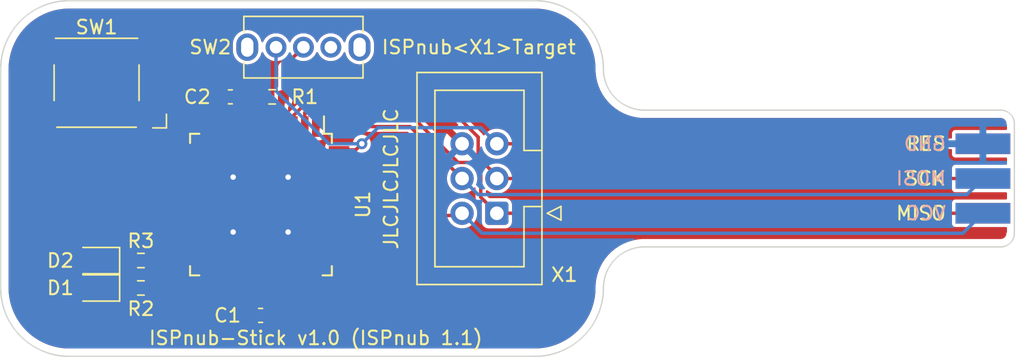
<source format=kicad_pcb>
(kicad_pcb (version 20221018) (generator pcbnew)
  (title_block (title "ISPnub-Stick") (rev "1.0 (ISPnub 1.1)"))
  (layers (0 "F.Cu" signal) (31 "B.Cu" signal) (34 "B.Paste" user) (35 "F.Paste" user) (36 "B.SilkS" user "B.Silkscreen") (37 "F.SilkS" user "F.Silkscreen") (38 "B.Mask" user) (39 "F.Mask" user) (44 "Edge.Cuts" user))
  (net 0 "")
  (net 1 "MISO")
  (net 2 "+5V")
  (net 3 "SCK")
  (net 4 "MOSI")
  (net 5 "SS")
  (net 6 "GND")
  (net 7 "Net-(U1-PD3)")
  (net 8 "RESET")
  (net 14 "Net-(U1-PD4)")
  (net 21 "Net-(U1-PC3)")
  (net 39 "Net-(D1-K)")
  (net 40 "Net-(D2-K)")
  (footprint "ALITECS:SS-12D02-VG5" (layer "F.Cu") (at 86.200001 90.395)
    (fp_text reference "SW2" (at -6.8 0 unlocked) (layer "F.SilkS"))
    (fp_text value "SW_SPDT")
    (fp_line (start -4.35 -2.25) (end -4.35 -1.1) (stroke (width 0.12)) (layer "F.SilkS"))
    (fp_line (start -4.35 -2.25) (end 4.35 -2.25) (stroke (width 0.12)) (layer "F.SilkS"))
    (fp_line (start -4.35 1.1) (end -4.35 2.25) (stroke (width 0.12)) (layer "F.SilkS"))
    (fp_line (start -4.35 2.25) (end 4.35 2.25) (stroke (width 0.12)) (layer "F.SilkS"))
    (fp_line (start 4.35 -2.25) (end 4.35 -1.1) (stroke (width 0.12)) (layer "F.SilkS"))
    (fp_line (start 4.35 1.1) (end 4.35 2.25) (stroke (width 0.12)) (layer "F.SilkS"))
    (pad "1" thru_hole circle (at 0 0) (size 1.524 1.524) (drill 0.914) (layers "*.Cu" "*.Mask") (net 8 "RESET"))
    (pad "2" thru_hole circle (at -2 0) (size 1.524 1.524) (drill 0.914) (layers "*.Cu" "*.Mask") (net 5 "SS"))
    (pad "3" thru_hole circle (at 2 0) (size 1.524 1.524) (drill 0.914) (layers "*.Cu" "*.Mask"))
    (pad "4" thru_hole oval (at -4.1 0) (size 1.6 2) (drill oval 0.9 1.4) (layers "*.Cu" "*.Mask"))
    (pad "4" thru_hole oval (at 4.1 0) (size 1.6 2) (drill oval 0.9 1.4) (layers "*.Cu" "*.Mask"))
  )
  (footprint "ALITECS:Edge_x3" (layer "F.Cu") (at 135.800001 99.995 180)
    (fp_text reference "PT1" hide)
    (fp_text value "TOP")
    (pad "1" smd rect (at 0 -2.54 180) (size 4 1.5) (layers "F.Cu" "F.Paste" "F.Mask") (net 1 "MISO"))
    (pad "2" smd rect (at 0 0 180) (size 4 1.5) (layers "F.Cu" "F.Paste" "F.Mask") (net 3 "SCK"))
    (pad "3" smd rect (at 0 2.54 180) (size 4 1.5) (layers "F.Cu" "F.Paste" "F.Mask") (net 5 "SS"))
  )
  (footprint "Button_Switch_SMD:SW_SPST_Omron_B3FS-100xP" (layer "F.Cu") (at 71.100001 92.995 180)
    (fp_text reference "SW1" (at 0 4.064) (layer "F.SilkS"))
    (fp_text value "SW_Push")
    (fp_line (start -5.1 -3.3) (end -4.1 -3.3) (stroke (width 0.12)) (layer "F.SilkS"))
    (fp_line (start -5.1 -2.3) (end -5.1 -3.3) (stroke (width 0.12)) (layer "F.SilkS"))
    (fp_line (start -3.1 -1.3) (end -3.1 1.3) (stroke (width 0.12)) (layer "F.SilkS"))
    (fp_line (start 2.9 -3.25) (end -2.9 -3.25) (stroke (width 0.12)) (layer "F.SilkS"))
    (fp_line (start 3 3.25) (end -3 3.25) (stroke (width 0.12)) (layer "F.SilkS"))
    (fp_line (start 3.1 -1.3) (end 3.1 1.3) (stroke (width 0.12)) (layer "F.SilkS"))
    (pad "1" smd rect (at -4 -2.25) (size 1.6 1.4) (layers "F.Cu" "F.Paste" "F.Mask") (net 7 "Net-(U1-PD3)"))
    (pad "1" smd rect (at 4 -2.25) (size 1.6 1.4) (layers "F.Cu" "F.Paste" "F.Mask") (net 7 "Net-(U1-PD3)"))
    (pad "2" smd rect (at -4 2.25) (size 1.6 1.4) (layers "F.Cu" "F.Paste" "F.Mask") (net 6 "GND"))
    (pad "2" smd rect (at 4 2.25) (size 1.6 1.4) (layers "F.Cu" "F.Paste" "F.Mask") (net 6 "GND"))
  )
  (footprint "LED_SMD:LED_0805_2012Metric" (layer "F.Cu") (at 71.100001 107.995 180)
    (fp_text reference "D1" (at 2.6416 0) (layer "F.SilkS"))
    (fp_text value "red")
    (fp_line (start -1.685 -0.96) (end -1.685 0.96) (stroke (width 0.12)) (layer "F.SilkS"))
    (fp_line (start -1.685 0.96) (end 1 0.96) (stroke (width 0.12)) (layer "F.SilkS"))
    (fp_line (start 1 -0.96) (end -1.685 -0.96) (stroke (width 0.12)) (layer "F.SilkS"))
    (pad "1" smd roundrect (at -0.9375 0 180) (size 0.975 1.4) (layers "F.Cu" "F.Paste" "F.Mask") (net 39 "Net-(D1-K)"))
    (pad "2" smd roundrect (at 0.9375 0 180) (size 0.975 1.4) (layers "F.Cu" "F.Paste" "F.Mask") (net 2 "+5V"))
  )
  (footprint "Resistor_SMD:R_0603_1608Metric" (layer "F.Cu") (at 74.336201 107.996)
    (fp_text reference "R2" (at 0 1.524) (layer "F.SilkS"))
    (fp_text value "1k")
    (fp_line (start -0.237258 -0.5225) (end 0.237258 -0.5225) (stroke (width 0.12)) (layer "F.SilkS"))
    (fp_line (start -0.237258 0.5225) (end 0.237258 0.5225) (stroke (width 0.12)) (layer "F.SilkS"))
    (pad "1" smd roundrect (at -0.825 0) (size 0.8 0.95) (layers "F.Cu" "F.Paste" "F.Mask") (net 39 "Net-(D1-K)"))
    (pad "2" smd roundrect (at 0.825 0) (size 0.8 0.95) (layers "F.Cu" "F.Paste" "F.Mask") (net 21 "Net-(U1-PC3)"))
  )
  (footprint "Resistor_SMD:R_0603_1608Metric" (layer "F.Cu") (at 83.9128 94.026)
    (fp_text reference "R1" (at 2.3876 0) (layer "F.SilkS"))
    (fp_text value "1k")
    (fp_line (start -0.237258 -0.5225) (end 0.237258 -0.5225) (stroke (width 0.12)) (layer "F.SilkS"))
    (fp_line (start -0.237258 0.5225) (end 0.237258 0.5225) (stroke (width 0.12)) (layer "F.SilkS"))
    (pad "1" smd roundrect (at -0.825 0) (size 0.8 0.95) (layers "F.Cu" "F.Paste" "F.Mask") (net 2 "+5V"))
    (pad "2" smd roundrect (at 0.825 0) (size 0.8 0.95) (layers "F.Cu" "F.Paste" "F.Mask") (net 8 "RESET"))
  )
  (footprint "Resistor_SMD:R_0603_1608Metric" (layer "F.Cu") (at 74.337 105.9894)
    (fp_text reference "R3" (at 0 -1.43) (layer "F.SilkS"))
    (fp_text value "1k")
    (fp_line (start -0.237258 -0.5225) (end 0.237258 -0.5225) (stroke (width 0.12)) (layer "F.SilkS"))
    (fp_line (start -0.237258 0.5225) (end 0.237258 0.5225) (stroke (width 0.12)) (layer "F.SilkS"))
    (pad "1" smd roundrect (at -0.825 0) (size 0.8 0.95) (layers "F.Cu" "F.Paste" "F.Mask") (net 40 "Net-(D2-K)"))
    (pad "2" smd roundrect (at 0.825 0) (size 0.8 0.95) (layers "F.Cu" "F.Paste" "F.Mask") (net 14 "Net-(U1-PD4)"))
  )
  (footprint "Package_QFP:TQFP-44_10x10mm_P0.8mm" (layer "F.Cu") (at 83.1 101.9 -90)
    (fp_text reference "U1" (at 0 -7.45 90) (layer "F.SilkS"))
    (fp_text value "ATmega1284P-A")
    (fp_line (start -5.175 -5.175) (end -5.175 -4.6) (stroke (width 0.15)) (layer "F.SilkS"))
    (fp_line (start -5.175 -5.175) (end -4.5 -5.175) (stroke (width 0.15)) (layer "F.SilkS"))
    (fp_line (start -5.175 -4.6) (end -6.45 -4.6) (stroke (width 0.15)) (layer "F.SilkS"))
    (fp_line (start -5.175 5.175) (end -5.175 4.5) (stroke (width 0.15)) (layer "F.SilkS"))
    (fp_line (start -5.175 5.175) (end -4.5 5.175) (stroke (width 0.15)) (layer "F.SilkS"))
    (fp_line (start 5.175 -5.175) (end 4.5 -5.175) (stroke (width 0.15)) (layer "F.SilkS"))
    (fp_line (start 5.175 -5.175) (end 5.175 -4.5) (stroke (width 0.15)) (layer "F.SilkS"))
    (fp_line (start 5.175 5.175) (end 4.5 5.175) (stroke (width 0.15)) (layer "F.SilkS"))
    (fp_line (start 5.175 5.175) (end 5.175 4.5) (stroke (width 0.15)) (layer "F.SilkS"))
    (pad "1" smd rect (at -5.7 -4 270) (size 1.5 0.55) (layers "F.Cu" "F.Paste" "F.Mask") (net 4 "MOSI"))
    (pad "2" smd rect (at -5.7 -3.2 270) (size 1.5 0.55) (layers "F.Cu" "F.Paste" "F.Mask") (net 1 "MISO"))
    (pad "3" smd rect (at -5.7 -2.4 270) (size 1.5 0.55) (layers "F.Cu" "F.Paste" "F.Mask") (net 3 "SCK"))
    (pad "4" smd rect (at -5.7 -1.6 270) (size 1.5 0.55) (layers "F.Cu" "F.Paste" "F.Mask") (net 8 "RESET"))
    (pad "5" smd rect (at -5.7 -0.8 270) (size 1.5 0.55) (layers "F.Cu" "F.Paste" "F.Mask") (net 2 "+5V"))
    (pad "6" smd rect (at -5.7 0 270) (size 1.5 0.55) (layers "F.Cu" "F.Paste" "F.Mask") (net 6 "GND"))
    (pad "7" smd rect (at -5.7 0.8 270) (size 1.5 0.55) (layers "F.Cu" "F.Paste" "F.Mask"))
    (pad "8" smd rect (at -5.7 1.6 270) (size 1.5 0.55) (layers "F.Cu" "F.Paste" "F.Mask"))
    (pad "9" smd rect (at -5.7 2.4 270) (size 1.5 0.55) (layers "F.Cu" "F.Paste" "F.Mask"))
    (pad "10" smd rect (at -5.7 3.2 270) (size 1.5 0.55) (layers "F.Cu" "F.Paste" "F.Mask"))
    (pad "11" smd rect (at -5.7 4 270) (size 1.5 0.55) (layers "F.Cu" "F.Paste" "F.Mask"))
    (pad "12" smd rect (at -4 5.7) (size 1.5 0.55) (layers "F.Cu" "F.Paste" "F.Mask") (net 7 "Net-(U1-PD3)"))
    (pad "13" smd rect (at -3.2 5.7) (size 1.5 0.55) (layers "F.Cu" "F.Paste" "F.Mask") (net 14 "Net-(U1-PD4)"))
    (pad "14" smd rect (at -2.4 5.7) (size 1.5 0.55) (layers "F.Cu" "F.Paste" "F.Mask"))
    (pad "15" smd rect (at -1.6 5.7) (size 1.5 0.55) (layers "F.Cu" "F.Paste" "F.Mask"))
    (pad "16" smd rect (at -0.8 5.7) (size 1.5 0.55) (layers "F.Cu" "F.Paste" "F.Mask"))
    (pad "17" smd rect (at 0 5.7) (size 1.5 0.55) (layers "F.Cu" "F.Paste" "F.Mask") (net 2 "+5V"))
    (pad "18" smd rect (at 0.8 5.7) (size 1.5 0.55) (layers "F.Cu" "F.Paste" "F.Mask") (net 6 "GND"))
    (pad "19" smd rect (at 1.6 5.7) (size 1.5 0.55) (layers "F.Cu" "F.Paste" "F.Mask"))
    (pad "20" smd rect (at 2.4 5.7) (size 1.5 0.55) (layers "F.Cu" "F.Paste" "F.Mask"))
    (pad "21" smd rect (at 3.2 5.7) (size 1.5 0.55) (layers "F.Cu" "F.Paste" "F.Mask"))
    (pad "22" smd rect (at 4 5.7) (size 1.5 0.55) (layers "F.Cu" "F.Paste" "F.Mask") (net 21 "Net-(U1-PC3)"))
    (pad "23" smd rect (at 5.7 4 270) (size 1.5 0.55) (layers "F.Cu" "F.Paste" "F.Mask"))
    (pad "24" smd rect (at 5.7 3.2 270) (size 1.5 0.55) (layers "F.Cu" "F.Paste" "F.Mask"))
    (pad "25" smd rect (at 5.7 2.4 270) (size 1.5 0.55) (layers "F.Cu" "F.Paste" "F.Mask"))
    (pad "26" smd rect (at 5.7 1.6 270) (size 1.5 0.55) (layers "F.Cu" "F.Paste" "F.Mask"))
    (pad "27" smd rect (at 5.7 0.8 270) (size 1.5 0.55) (layers "F.Cu" "F.Paste" "F.Mask") (net 2 "+5V"))
    (pad "28" smd rect (at 5.7 0 270) (size 1.5 0.55) (layers "F.Cu" "F.Paste" "F.Mask") (net 6 "GND"))
    (pad "29" smd rect (at 5.7 -0.8 270) (size 1.5 0.55) (layers "F.Cu" "F.Paste" "F.Mask"))
    (pad "30" smd rect (at 5.7 -1.6 270) (size 1.5 0.55) (layers "F.Cu" "F.Paste" "F.Mask"))
    (pad "31" smd rect (at 5.7 -2.4 270) (size 1.5 0.55) (layers "F.Cu" "F.Paste" "F.Mask"))
    (pad "32" smd rect (at 5.7 -3.2 270) (size 1.5 0.55) (layers "F.Cu" "F.Paste" "F.Mask"))
    (pad "33" smd rect (at 5.7 -4 270) (size 1.5 0.55) (layers "F.Cu" "F.Paste" "F.Mask"))
    (pad "34" smd rect (at 4 -5.7) (size 1.5 0.55) (layers "F.Cu" "F.Paste" "F.Mask"))
    (pad "35" smd rect (at 3.2 -5.7) (size 1.5 0.55) (layers "F.Cu" "F.Paste" "F.Mask"))
    (pad "36" smd rect (at 2.4 -5.7) (size 1.5 0.55) (layers "F.Cu" "F.Paste" "F.Mask"))
    (pad "37" smd rect (at 1.6 -5.7) (size 1.5 0.55) (layers "F.Cu" "F.Paste" "F.Mask"))
    (pad "38" smd rect (at 0.8 -5.7) (size 1.5 0.55) (layers "F.Cu" "F.Paste" "F.Mask") (net 2 "+5V"))
    (pad "39" smd rect (at 0 -5.7) (size 1.5 0.55) (layers "F.Cu" "F.Paste" "F.Mask") (net 6 "GND"))
    (pad "40" smd rect (at -0.8 -5.7) (size 1.5 0.55) (layers "F.Cu" "F.Paste" "F.Mask"))
    (pad "41" smd rect (at -1.6 -5.7) (size 1.5 0.55) (layers "F.Cu" "F.Paste" "F.Mask"))
    (pad "42" smd rect (at -2.4 -5.7) (size 1.5 0.55) (layers "F.Cu" "F.Paste" "F.Mask"))
    (pad "43" smd rect (at -3.2 -5.7) (size 1.5 0.55) (layers "F.Cu" "F.Paste" "F.Mask"))
    (pad "44" smd rect (at -4 -5.7) (size 1.5 0.55) (layers "F.Cu" "F.Paste" "F.Mask") (net 5 "SS"))
  )
  (footprint "Capacitor_SMD:C_0603_1608Metric" (layer "F.Cu") (at 83.0746 110.0026 180)
    (fp_text reference "C1" (at 2.413 0) (layer "F.SilkS"))
    (fp_text value "100n")
    (fp_line (start -0.14058 -0.51) (end 0.14058 -0.51) (stroke (width 0.12)) (layer "F.SilkS"))
    (fp_line (start -0.14058 0.51) (end 0.14058 0.51) (stroke (width 0.12)) (layer "F.SilkS"))
    (pad "1" smd roundrect (at -0.775 0 180) (size 0.9 0.95) (layers "F.Cu" "F.Paste" "F.Mask") (net 6 "GND"))
    (pad "2" smd roundrect (at 0.775 0 180) (size 0.9 0.95) (layers "F.Cu" "F.Paste" "F.Mask") (net 2 "+5V"))
  )
  (footprint "Connector_IDC:IDC-Header_2x03_P2.54mm_Vertical" (layer "F.Cu") (at 100.3212 102.535 180)
    (fp_text reference "X1" (at -4.9276 -4.4958) (layer "F.SilkS"))
    (fp_text value "Conn_02x03_Counter_Clockwise")
    (fp_line (start -4.68 -0.5) (end -4.68 0.5) (stroke (width 0.12)) (layer "F.SilkS"))
    (fp_line (start -4.68 0.5) (end -3.68 0) (stroke (width 0.12)) (layer "F.SilkS"))
    (fp_line (start -3.68 0) (end -4.68 -0.5) (stroke (width 0.12)) (layer "F.SilkS"))
    (fp_line (start -3.29 -5.21) (end 5.83 -5.21) (stroke (width 0.12)) (layer "F.SilkS"))
    (fp_line (start -3.29 0.49) (end -1.98 0.49) (stroke (width 0.12)) (layer "F.SilkS"))
    (fp_line (start -3.29 10.29) (end -3.29 -5.21) (stroke (width 0.12)) (layer "F.SilkS"))
    (fp_line (start -1.98 -3.91) (end 4.52 -3.91) (stroke (width 0.12)) (layer "F.SilkS"))
    (fp_line (start -1.98 0.49) (end -1.98 -3.91) (stroke (width 0.12)) (layer "F.SilkS"))
    (fp_line (start -1.98 4.59) (end -3.29 4.59) (stroke (width 0.12)) (layer "F.SilkS"))
    (fp_line (start -1.98 4.59) (end -1.98 4.59) (stroke (width 0.12)) (layer "F.SilkS"))
    (fp_line (start -1.98 8.99) (end -1.98 4.59) (stroke (width 0.12)) (layer "F.SilkS"))
    (fp_line (start 4.52 -3.91) (end 4.52 8.99) (stroke (width 0.12)) (layer "F.SilkS"))
    (fp_line (start 4.52 8.99) (end -1.98 8.99) (stroke (width 0.12)) (layer "F.SilkS"))
    (fp_line (start 5.83 -5.21) (end 5.83 10.29) (stroke (width 0.12)) (layer "F.SilkS"))
    (fp_line (start 5.83 10.29) (end -3.29 10.29) (stroke (width 0.12)) (layer "F.SilkS"))
    (pad "1" thru_hole roundrect (at 0 0 180) (size 1.7 1.7) (drill 1) (layers "*.Cu" "*.Mask") (roundrect_rratio 0.1470588235) (net 1 "MISO"))
    (pad "2" thru_hole circle (at 2.54 0 180) (size 1.7 1.7) (drill 1) (layers "*.Cu" "*.Mask") (net 2 "+5V"))
    (pad "3" thru_hole circle (at 0 2.54 180) (size 1.7 1.7) (drill 1) (layers "*.Cu" "*.Mask") (net 3 "SCK"))
    (pad "4" thru_hole circle (at 2.54 2.54 180) (size 1.7 1.7) (drill 1) (layers "*.Cu" "*.Mask") (net 4 "MOSI"))
    (pad "5" thru_hole circle (at 0 5.08 180) (size 1.7 1.7) (drill 1) (layers "*.Cu" "*.Mask") (net 5 "SS"))
    (pad "6" thru_hole circle (at 2.54 5.08 180) (size 1.7 1.7) (drill 1) (layers "*.Cu" "*.Mask") (net 6 "GND"))
  )
  (footprint "LED_SMD:LED_0805_2012Metric" (layer "F.Cu") (at 71.100001 105.995 180)
    (fp_text reference "D2" (at 2.6416 0) (layer "F.SilkS"))
    (fp_text value "emerald")
    (fp_line (start -1.685 -0.96) (end -1.685 0.96) (stroke (width 0.12)) (layer "F.SilkS"))
    (fp_line (start -1.685 0.96) (end 1 0.96) (stroke (width 0.12)) (layer "F.SilkS"))
    (fp_line (start 1 -0.96) (end -1.685 -0.96) (stroke (width 0.12)) (layer "F.SilkS"))
    (pad "1" smd roundrect (at -0.9375 0 180) (size 0.975 1.4) (layers "F.Cu" "F.Paste" "F.Mask") (net 40 "Net-(D2-K)"))
    (pad "2" smd roundrect (at 0.9375 0 180) (size 0.975 1.4) (layers "F.Cu" "F.Paste" "F.Mask") (net 2 "+5V"))
  )
  (footprint "Capacitor_SMD:C_0603_1608Metric" (layer "F.Cu") (at 80.8648 94.026)
    (fp_text reference "C2" (at -2.413 0) (layer "F.SilkS"))
    (fp_text value "100n")
    (fp_line (start -0.14058 -0.51) (end 0.14058 -0.51) (stroke (width 0.12)) (layer "F.SilkS"))
    (fp_line (start -0.14058 0.51) (end 0.14058 0.51) (stroke (width 0.12)) (layer "F.SilkS"))
    (pad "1" smd roundrect (at -0.775 0) (size 0.9 0.95) (layers "F.Cu" "F.Paste" "F.Mask") (net 6 "GND"))
    (pad "2" smd roundrect (at 0.775 0) (size 0.9 0.95) (layers "F.Cu" "F.Paste" "F.Mask") (net 2 "+5V"))
  )
  (footprint "ALITECS:Edge_x3" (layer "B.Cu") (at 135.800001 99.995 180)
    (fp_text reference "PT2" hide)
    (fp_text value "BOTTOM")
    (pad "1" smd rect (at 0 2.54 180) (size 4 1.5) (layers "B.Cu" "B.Paste" "B.Mask") (net 6 "GND"))
    (pad "2" smd rect (at 0 0 180) (size 4 1.5) (layers "B.Cu" "B.Paste" "B.Mask") (net 4 "MOSI"))
    (pad "3" smd rect (at 0 -2.54 180) (size 4 1.5) (layers "B.Cu" "B.Paste" "B.Mask") (net 2 "+5V"))
  )
  (gr_line (start 111.1 104.994998) (end 137.1 104.995) (stroke (width 0.1)) (layer "Edge.Cuts"))
  (gr_arc (start 69.1 112.995) (mid 65.564466 111.530534) (end 64.1 107.995) (stroke (width 0.1)) (layer "Edge.Cuts"))
  (gr_line (start 69.1 112.995) (end 103.099998 112.995) (stroke (width 0.1)) (layer "Edge.Cuts"))
  (gr_arc (start 108.099998 107.995) (mid 106.635532 111.530533) (end 103.099998 112.995) (stroke (width 0.1)) (layer "Edge.Cuts"))
  (gr_arc (start 103.1 86.995002) (mid 106.635533 88.459468) (end 108.1 91.995002) (stroke (width 0.1)) (layer "Edge.Cuts"))
  (gr_line (start 103.1 86.995002) (end 69.100002 86.995) (stroke (width 0.1)) (layer "Edge.Cuts"))
  (gr_arc (start 111.1 94.995002) (mid 108.978678 94.116322) (end 108.099998 91.995) (stroke (width 0.1)) (layer "Edge.Cuts"))
  (gr_arc (start 108.099998 107.995) (mid 108.978678 105.873678) (end 111.1 104.994998) (stroke (width 0.1)) (layer "Edge.Cuts"))
  (gr_arc (start 137.1 94.995) (mid 137.807107 95.287893) (end 138.1 95.995) (stroke (width 0.1)) (layer "Edge.Cuts"))
  (gr_arc (start 64.100002 91.995) (mid 65.564468 88.459467) (end 69.100002 86.995) (stroke (width 0.1)) (layer "Edge.Cuts"))
  (gr_line (start 138.1 103.995) (end 138.1 95.995) (stroke (width 0.1)) (layer "Edge.Cuts"))
  (gr_line (start 137.1 94.995) (end 111.1 94.995002) (stroke (width 0.1)) (layer "Edge.Cuts"))
  (gr_arc (start 138.1 103.995) (mid 137.807107 104.702107) (end 137.1 104.995) (stroke (width 0.1)) (layer "Edge.Cuts"))
  (gr_line (start 64.100002 91.995) (end 64.1 107.995) (stroke (width 0.1)) (layer "Edge.Cuts"))
  (gr_text "VCC" (at 133.188001 102.535) (layer "B.SilkS") (effects (font (size 1 1)) (justify left mirror)))
  (gr_text "MOSI" (at 133.188001 99.995) (layer "B.SilkS") (effects (font (size 1 1)) (justify left mirror)))
  (gr_text "GND" (at 133.188001 97.455) (layer "B.SilkS") (effects (font (size 1 1)) (justify left mirror)))
  (gr_text "ISPnub<X1>Target" (at 99.000001 90.395) (layer "F.SilkS") (effects (font (size 1 1))))
  (gr_text "SCK" (at 133.188001 99.995) (layer "F.SilkS") (effects (font (size 1 1)) (justify right)))
  (gr_text "MISO" (at 133.188001 102.535) (layer "F.SilkS") (effects (font (size 1 1)) (justify right)))
  (gr_text "RES" (at 133.188001 97.455) (layer "F.SilkS") (effects (font (size 1 1)) (justify right)))
  (gr_text "${TITLE} v${REVISION}" (at 87.100001 111.6536) (layer "F.SilkS") (effects (font (size 1 1))))
  (gr_text "JLCJLCJLCJLC" (at 93.1838 100.0204 90) (layer "F.SilkS") (effects (font (size 1 1)) (justify bottom)))
  (segment (start 86.3 95.2) (end 86.375 95.125) (width 0.25) (layer "F.Cu") (net 1))
  (segment (start 86.375 95.125) (end 93.789499 95.125) (width 0.25) (layer "F.Cu") (net 1))
  (segment (start 99.1462 99.2772) (end 99.1462 101.36) (width 0.25) (layer "F.Cu") (net 1))
  (segment (start 97.484499 98.82) (end 98.689 98.82) (width 0.25) (layer "F.Cu") (net 1))
  (segment (start 100.3212 102.535) (end 135.800001 102.535) (width 0.25) (layer "F.Cu") (net 1))
  (segment (start 99.1462 101.36) (end 100.3212 102.535) (width 0.25) (layer "F.Cu") (net 1))
  (segment (start 93.789499 95.125) (end 97.484499 98.82) (width 0.25) (layer "F.Cu") (net 1))
  (segment (start 98.689 98.82) (end 99.1462 99.2772) (width 0.25) (layer "F.Cu") (net 1))
  (segment (start 86.3 96.2) (end 86.3 95.2) (width 0.25) (layer "F.Cu") (net 1))
  (segment (start 82.3 105.545) (end 83.1 104.745) (width 0.25) (layer "F.Cu") (net 2))
  (segment (start 72.162501 109.995) (end 82.292 109.995) (width 0.25) (layer "F.Cu") (net 2))
  (segment (start 82.3 107.6) (end 82.3 105.545) (width 0.25) (layer "F.Cu") (net 2))
  (segment (start 70.162501 105.995) (end 70.162501 107.995) (width 0.25) (layer "F.Cu") (net 2))
  (segment (start 83.1 101.9) (end 83.9 102.7) (width 0.25) (layer "F.Cu") (net 2))
  (segment (start 83.0878 94.026) (end 83.9 94.8382) (width 0.25) (layer "F.Cu") (net 2))
  (segment (start 82.2996 107.6004) (end 82.2996 110.0026) (width 0.25) (layer "F.Cu") (net 2))
  (segment (start 82.292 109.995) (end 82.2996 110.0026) (width 0.25) (layer "F.Cu") (net 2))
  (segment (start 82.3 107.6) (end 82.2996 107.6004) (width 0.25) (layer "F.Cu") (net 2))
  (segment (start 83.0878 94.026) (end 81.6398 94.026) (width 0.25) (layer "F.Cu") (net 2))
  (segment (start 83.9 101.1) (end 83.1 101.9) (width 0.25) (layer "F.Cu") (net 2))
  (segment (start 83.9 96.2) (end 83.9 101.1) (width 0.25) (layer "F.Cu") (net 2))
  (segment (start 97.6162 102.7) (end 97.7812 102.535) (width 0.25) (layer "F.Cu") (net 2))
  (segment (start 83.9 94.8382) (end 83.9 96.2) (width 0.25) (layer "F.Cu") (net 2))
  (segment (start 83.1 104.745) (end 83.1 101.9) (width 0.25) (layer "F.Cu") (net 2))
  (segment (start 83.1 101.9) (end 77.4 101.9) (width 0.25) (layer "F.Cu") (net 2))
  (segment (start 70.162501 107.995) (end 72.162501 109.995) (width 0.25) (layer "F.Cu") (net 2))
  (segment (start 83.9 102.7) (end 88.8 102.7) (width 0.25) (layer "F.Cu") (net 2))
  (segment (start 88.8 102.7) (end 97.6162 102.7) (width 0.25) (layer "F.Cu") (net 2))
  (segment (start 135.800001 102.535) (end 134.340001 103.995) (width 0.25) (layer "B.Cu") (net 2))
  (segment (start 134.340001 103.995) (end 99.2412 103.995) (width 0.25) (layer "B.Cu") (net 2))
  (segment (start 99.2412 103.995) (end 97.7812 102.535) (width 0.25) (layer "B.Cu") (net 2))
  (segment (start 98.9562 96.968299) (end 98.9562 98.450804) (width 0.25) (layer "F.Cu") (net 3))
  (segment (start 85.5 96.2) (end 85.5 95.363604) (width 0.25) (layer "F.Cu") (net 3))
  (segment (start 96.662901 94.675) (end 98.9562 96.968299) (width 0.25) (layer "F.Cu") (net 3))
  (segment (start 85.5 95.363604) (end 86.188604 94.675) (width 0.25) (layer "F.Cu") (net 3))
  (segment (start 86.188604 94.675) (end 96.662901 94.675) (width 0.25) (layer "F.Cu") (net 3))
  (segment (start 98.9562 98.450804) (end 100.3212 99.815804) (width 0.25) (layer "F.Cu") (net 3))
  (segment (start 135.800001 99.995) (end 100.3212 99.995) (width 0.25) (layer "F.Cu") (net 3))
  (segment (start 100.3212 99.815804) (end 100.3212 99.995) (width 0.25) (layer "F.Cu") (net 3))
  (segment (start 93.9862 96.2) (end 97.7812 99.995) (width 0.25) (layer "F.Cu") (net 4))
  (segment (start 87.1 96.2) (end 93.9862 96.2) (width 0.25) (layer "F.Cu") (net 4))
  (segment (start 134.625001 101.17) (end 98.9562 101.17) (width 0.25) (layer "B.Cu") (net 4))
  (segment (start 98.9562 101.17) (end 97.7812 99.995) (width 0.25) (layer "B.Cu") (net 4))
  (segment (start 135.800001 99.995) (end 134.625001 101.17) (width 0.25) (layer "B.Cu") (net 4))
  (segment (start 90.466 97.455) (end 90.021 97.9) (width 0.25) (layer "F.Cu") (net 5))
  (segment (start 135.800001 97.455) (end 100.3212 97.455) (width 0.25) (layer "F.Cu") (net 5))
  (segment (start 90.021 97.9) (end 88.8 97.9) (width 0.25) (layer "F.Cu") (net 5))
  (via (at 90.466 97.455) (size 0.8) (drill 0.4) (layers "F.Cu" "B.Cu") (net 5))
  (segment (start 91.641 96.28) (end 99.1462 96.28) (width 0.25) (layer "B.Cu") (net 5))
  (segment (start 99.1462 96.28) (end 100.3212 97.455) (width 0.25) (layer "B.Cu") (net 5))
  (segment (start 88.06 97.455) (end 84.200001 93.595001) (width 0.25) (layer "B.Cu") (net 5))
  (segment (start 90.466 97.455) (end 91.641 96.28) (width 0.25) (layer "B.Cu") (net 5))
  (segment (start 84.200001 93.595001) (end 84.200001 90.395) (width 0.25) (layer "B.Cu") (net 5))
  (segment (start 90.466 97.455) (end 88.06 97.455) (width 0.25) (layer "B.Cu") (net 5))
  (via (at 81.068 99.8934) (size 0.8) (drill 0.4) (layers "F.Cu" "B.Cu") (net 6))
  (via (at 85.0812 99.8934) (size 0.8) (drill 0.4) (layers "F.Cu" "B.Cu") (net 6))
  (via (at 85.0812 103.9066) (size 0.8) (drill 0.4) (layers "F.Cu" "B.Cu") (net 6))
  (via (at 81.068 103.9066) (size 0.8) (drill 0.4) (layers "F.Cu" "B.Cu") (net 6))
  (segment (start 67.100001 95.245) (end 75.100001 95.245) (width 0.25) (layer "F.Cu") (net 7))
  (segment (start 75.100001 95.600001) (end 77.4 97.9) (width 0.25) (layer "F.Cu") (net 7))
  (segment (start 75.100001 95.245) (end 75.100001 95.600001) (width 0.25) (layer "F.Cu") (net 7))
  (segment (start 84.7378 91.857201) (end 84.7378 94.026) (width 0.25) (layer "F.Cu") (net 8))
  (segment (start 86.200001 90.395) (end 84.7378 91.857201) (width 0.25) (layer "F.Cu") (net 8))
  (segment (start 84.7 96.2) (end 84.7 94.0638) (width 0.25) (layer "F.Cu") (net 8))
  (segment (start 84.7 94.0638) (end 84.7378 94.026) (width 0.25) (layer "F.Cu") (net 8))
  (segment (start 77.4 98.7) (end 76.494801 98.7) (width 0.25) (layer "F.Cu") (net 14))
  (segment (start 75.162 100.032801) (end 75.162 105.9894) (width 0.25) (layer "F.Cu") (net 14))
  (segment (start 76.494801 98.7) (end 75.162 100.032801) (width 0.25) (layer "F.Cu") (net 14))
  (segment (start 77.4 106.481601) (end 77.4 105.9) (width 0.25) (layer "F.Cu") (net 21))
  (segment (start 75.161201 107.996) (end 75.885601 107.996) (width 0.25) (layer "F.Cu") (net 21))
  (segment (start 75.885601 107.996) (end 77.4 106.481601) (width 0.25) (layer "F.Cu") (net 21))
  (segment (start 72.037501 107.995) (end 73.100001 107.995) (width 0.25) (layer "F.Cu") (net 39))
  (segment (start 73.100001 107.995) (end 73.101001 107.996) (width 0.25) (layer "F.Cu") (net 39))
  (segment (start 73.101001 107.996) (end 73.511201 107.996) (width 0.25) (layer "F.Cu") (net 39))
  (segment (start 73.512 105.9894) (end 72.043101 105.9894) (width 0.25) (layer "F.Cu") (net 40))
  (segment (start 72.043101 105.9894) (end 72.037501 105.995) (width 0.25) (layer "F.Cu") (net 40))
  (zone (net 6) (net_name "GND") (layers "F&B.Cu") (connect_pads (clearance 0.254)) (min_thickness 0.127) (fill yes (thermal_gap 0.5) (thermal_bridge_width 0.5) (island_removal_mode 2) (island_area_min 10))
    (polygon (pts (xy 64.6 87.495) (xy 64.6 112.495) (xy 107.6 112.495) (xy 107.6 107.995) (xy 111.1 107.995) (xy 111.1 104.495) (xy 137.56 104.495) (xy 137.56 95.495) (xy 111.1 95.495) (xy 111.1 91.495) (xy 107.6 91.495) (xy 107.6 87.495)))
  )
)
</source>
